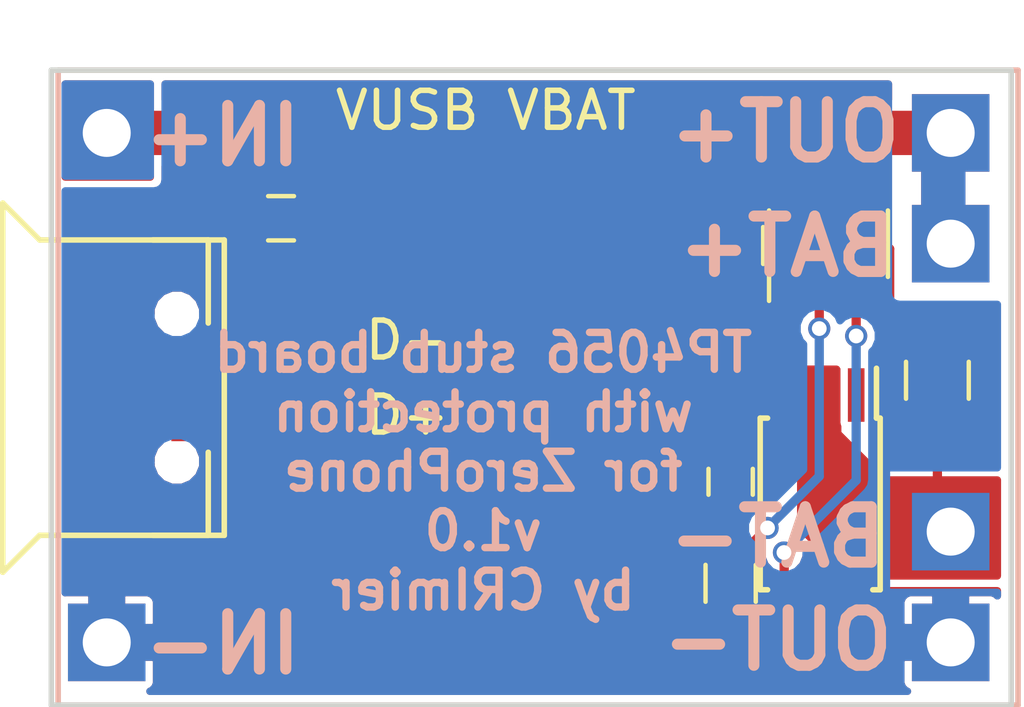
<source format=kicad_pcb>
(kicad_pcb (version 4) (host pcbnew 4.0.7)

  (general
    (links 29)
    (no_connects 2)
    (area 124.524999 117.324999 150.675001 134.675001)
    (thickness 1.6)
    (drawings 11)
    (tracks 94)
    (zones 0)
    (modules 13)
    (nets 12)
  )

  (page A4)
  (layers
    (0 F.Cu signal)
    (31 B.Cu signal)
    (32 B.Adhes user)
    (33 F.Adhes user)
    (34 B.Paste user)
    (35 F.Paste user)
    (36 B.SilkS user)
    (37 F.SilkS user)
    (38 B.Mask user)
    (39 F.Mask user)
    (40 Dwgs.User user)
    (41 Cmts.User user)
    (42 Eco1.User user)
    (43 Eco2.User user)
    (44 Edge.Cuts user)
    (45 Margin user)
    (46 B.CrtYd user)
    (47 F.CrtYd user)
    (48 B.Fab user hide)
    (49 F.Fab user)
  )

  (setup
    (last_trace_width 1.2)
    (user_trace_width 0.2)
    (user_trace_width 0.4)
    (user_trace_width 0.5)
    (user_trace_width 0.6)
    (user_trace_width 0.7)
    (user_trace_width 0.8)
    (user_trace_width 1)
    (user_trace_width 1.2)
    (trace_clearance 0.2)
    (zone_clearance 0.2)
    (zone_45_only no)
    (trace_min 0.2)
    (segment_width 0.2)
    (edge_width 0.15)
    (via_size 0.6)
    (via_drill 0.4)
    (via_min_size 0.4)
    (via_min_drill 0.3)
    (uvia_size 0.3)
    (uvia_drill 0.1)
    (uvias_allowed no)
    (uvia_min_size 0.2)
    (uvia_min_drill 0.1)
    (pcb_text_width 0.3)
    (pcb_text_size 1.5 1.5)
    (mod_edge_width 0.15)
    (mod_text_size 1 1)
    (mod_text_width 0.15)
    (pad_size 2.1 2.1)
    (pad_drill 1.3)
    (pad_to_mask_clearance 0.2)
    (aux_axis_origin 150.876 116.3828)
    (visible_elements 7FFFFF7F)
    (pcbplotparams
      (layerselection 0x010f0_80000001)
      (usegerberextensions true)
      (usegerberattributes true)
      (excludeedgelayer true)
      (linewidth 0.100000)
      (plotframeref false)
      (viasonmask false)
      (mode 1)
      (useauxorigin true)
      (hpglpennumber 1)
      (hpglpenspeed 20)
      (hpglpendiameter 15)
      (hpglpenoverlay 2)
      (psnegative false)
      (psa4output false)
      (plotreference true)
      (plotvalue true)
      (plotinvisibletext false)
      (padsonsilk false)
      (subtractmaskfromsilk false)
      (outputformat 1)
      (mirror false)
      (drillshape 0)
      (scaleselection 1)
      (outputdirectory gerbers/))
  )

  (net 0 "")
  (net 1 +5V)
  (net 2 VSS)
  (net 3 GND)
  (net 4 "Net-(C3-Pad1)")
  (net 5 BAT-)
  (net 6 "Net-(J3-Pad1)")
  (net 7 "Net-(J3-Pad2)")
  (net 8 "Net-(J3-Pad3)")
  (net 9 +BATT)
  (net 10 D-)
  (net 11 D+)

  (net_class Default "This is the default net class."
    (clearance 0.2)
    (trace_width 0.25)
    (via_dia 0.6)
    (via_drill 0.4)
    (uvia_dia 0.3)
    (uvia_drill 0.1)
    (add_net +5V)
    (add_net +BATT)
    (add_net BAT-)
    (add_net D+)
    (add_net D-)
    (add_net GND)
    (add_net "Net-(C3-Pad1)")
    (add_net "Net-(J3-Pad1)")
    (add_net "Net-(J3-Pad2)")
    (add_net "Net-(J3-Pad3)")
  )

  (module tp4056_usb_board:TP4056_BREAKOUT locked (layer F.Cu) (tedit 5AA5F36A) (tstamp 5A87333A)
    (at 137.784 126)
    (path /595C2C43)
    (fp_text reference U1 (at -11.176 9.652) (layer F.SilkS) hide
      (effects (font (size 1 1) (thickness 0.15)))
    )
    (fp_text value TP4056_BREAKOUT (at -6.604 -9.652) (layer F.Fab)
      (effects (font (size 1 1) (thickness 0.15)))
    )
    (fp_line (start -13.5 -4) (end -13 -4) (layer F.SilkS) (width 0.15))
    (fp_line (start -14.5 -5) (end -13.5 -4) (layer F.SilkS) (width 0.15))
    (fp_line (start -14.5 5) (end -14.5 -5) (layer F.SilkS) (width 0.15))
    (fp_line (start -13.5 4) (end -14.5 5) (layer F.SilkS) (width 0.15))
    (fp_line (start -13 4) (end -13.5 4) (layer F.SilkS) (width 0.15))
    (fp_line (start -8.5 4) (end -13 4) (layer F.SilkS) (width 0.15))
    (fp_line (start -8.5 -4) (end -8.5 4) (layer F.SilkS) (width 0.15))
    (fp_line (start -13 -4) (end -8.5 -4) (layer F.SilkS) (width 0.15))
    (fp_line (start -13 -8.6) (end 13 -8.6) (layer B.SilkS) (width 0.15))
    (fp_line (start -13 8.6) (end -13 -8.6) (layer B.SilkS) (width 0.15))
    (fp_line (start 13 8.6) (end -13 8.6) (layer B.SilkS) (width 0.15))
    (fp_line (start 13 -8.6) (end 13 8.6) (layer B.SilkS) (width 0.15))
    (pad 1 thru_hole rect (at -11.684 -6.9) (size 2.1 2) (drill 1.3) (layers *.Cu *.Mask)
      (net 1 +5V))
    (pad 2 thru_hole rect (at -11.684 6.9) (size 2.1 2.1) (drill 1.3) (layers *.Cu *.Mask)
      (net 3 GND) (thermal_width 1))
    (pad 3 thru_hole rect (at 11.176 -6.9) (size 2.1 2.1) (drill 1.3) (layers *.Cu *.Mask)
      (net 9 +BATT))
    (pad 4 thru_hole rect (at 11.176 -3.9) (size 2.1 2.1) (drill 1.3) (layers *.Cu *.Mask)
      (net 9 +BATT))
    (pad 5 thru_hole rect (at 11.176 3.9) (size 2.1 2.1) (drill 1.3) (layers *.Cu *.Mask)
      (net 5 BAT-))
    (pad 6 thru_hole rect (at 11.176 6.9) (size 2.1 2.1) (drill 1.3) (layers *.Cu *.Mask)
      (net 3 GND) (thermal_width 1))
  )

  (module Capacitors_SMD:C_0805 (layer F.Cu) (tedit 59A85418) (tstamp 59A217FC)
    (at 148.6 125.8 270)
    (descr "Capacitor SMD 0805, reflow soldering, AVX (see smccp.pdf)")
    (tags "capacitor 0805")
    (path /595C1381)
    (attr smd)
    (fp_text reference C3 (at 0 -1.5 270) (layer F.SilkS) hide
      (effects (font (size 1 1) (thickness 0.15)))
    )
    (fp_text value C (at 0 1.75 270) (layer F.Fab)
      (effects (font (size 1 1) (thickness 0.15)))
    )
    (fp_text user %R (at 0 -1.5 270) (layer F.Fab)
      (effects (font (size 1 1) (thickness 0.15)))
    )
    (fp_line (start -1 0.62) (end -1 -0.62) (layer F.Fab) (width 0.1))
    (fp_line (start 1 0.62) (end -1 0.62) (layer F.Fab) (width 0.1))
    (fp_line (start 1 -0.62) (end 1 0.62) (layer F.Fab) (width 0.1))
    (fp_line (start -1 -0.62) (end 1 -0.62) (layer F.Fab) (width 0.1))
    (fp_line (start 0.5 -0.85) (end -0.5 -0.85) (layer F.SilkS) (width 0.12))
    (fp_line (start -0.5 0.85) (end 0.5 0.85) (layer F.SilkS) (width 0.12))
    (fp_line (start -1.75 -0.88) (end 1.75 -0.88) (layer F.CrtYd) (width 0.05))
    (fp_line (start -1.75 -0.88) (end -1.75 0.87) (layer F.CrtYd) (width 0.05))
    (fp_line (start 1.75 0.87) (end 1.75 -0.88) (layer F.CrtYd) (width 0.05))
    (fp_line (start 1.75 0.87) (end -1.75 0.87) (layer F.CrtYd) (width 0.05))
    (pad 1 smd rect (at -1 0 270) (size 1 1.25) (layers F.Cu F.Paste F.Mask)
      (net 4 "Net-(C3-Pad1)"))
    (pad 2 smd rect (at 1 0 270) (size 1 1.25) (layers F.Cu F.Paste F.Mask)
      (net 5 BAT-))
    (model Capacitors_SMD.3dshapes/C_0805.wrl
      (at (xyz 0 0 0))
      (scale (xyz 1 1 1))
      (rotate (xyz 0 0 0))
    )
  )

  (module TO_SOT_Packages_SMD:SOT-23-6 (layer F.Cu) (tedit 59A31DD8) (tstamp 59A2185F)
    (at 145.65 122.1 90)
    (descr "6-pin SOT-23 package")
    (tags SOT-23-6)
    (path /595C1252)
    (attr smd)
    (fp_text reference J3 (at 0 -2.9 90) (layer F.SilkS) hide
      (effects (font (size 1 1) (thickness 0.15)))
    )
    (fp_text value DW01 (at 0 2.9 90) (layer F.Fab)
      (effects (font (size 1 1) (thickness 0.15)))
    )
    (fp_text user %R (at 0 0 180) (layer F.Fab) hide
      (effects (font (size 0.5 0.5) (thickness 0.075)))
    )
    (fp_line (start -0.9 1.61) (end 0.9 1.61) (layer F.SilkS) (width 0.12))
    (fp_line (start 0.9 -1.61) (end -1.55 -1.61) (layer F.SilkS) (width 0.12))
    (fp_line (start 1.9 -1.8) (end -1.9 -1.8) (layer F.CrtYd) (width 0.05))
    (fp_line (start 1.9 1.8) (end 1.9 -1.8) (layer F.CrtYd) (width 0.05))
    (fp_line (start -1.9 1.8) (end 1.9 1.8) (layer F.CrtYd) (width 0.05))
    (fp_line (start -1.9 -1.8) (end -1.9 1.8) (layer F.CrtYd) (width 0.05))
    (fp_line (start -0.9 -0.9) (end -0.25 -1.55) (layer F.Fab) (width 0.1))
    (fp_line (start 0.9 -1.55) (end -0.25 -1.55) (layer F.Fab) (width 0.1))
    (fp_line (start -0.9 -0.9) (end -0.9 1.55) (layer F.Fab) (width 0.1))
    (fp_line (start 0.9 1.55) (end -0.9 1.55) (layer F.Fab) (width 0.1))
    (fp_line (start 0.9 -1.55) (end 0.9 1.55) (layer F.Fab) (width 0.1))
    (pad 1 smd rect (at -1.1 -0.95 90) (size 1.06 0.65) (layers F.Cu F.Paste F.Mask)
      (net 6 "Net-(J3-Pad1)"))
    (pad 2 smd rect (at -1.1 0 90) (size 1.06 0.65) (layers F.Cu F.Paste F.Mask)
      (net 7 "Net-(J3-Pad2)"))
    (pad 3 smd rect (at -1.1 0.95 90) (size 1.06 0.65) (layers F.Cu F.Paste F.Mask)
      (net 8 "Net-(J3-Pad3)"))
    (pad 4 smd rect (at 1.1 0.95 90) (size 1.06 0.65) (layers F.Cu F.Paste F.Mask))
    (pad 6 smd rect (at 1.1 -0.95 90) (size 1.06 0.65) (layers F.Cu F.Paste F.Mask)
      (net 5 BAT-))
    (pad 5 smd rect (at 1.1 0 90) (size 1.06 0.65) (layers F.Cu F.Paste F.Mask)
      (net 4 "Net-(C3-Pad1)"))
    (model ${KISYS3DMOD}/TO_SOT_Packages_SMD.3dshapes/SOT-23-6.wrl
      (at (xyz 0 0 0))
      (scale (xyz 1 1 1))
      (rotate (xyz 0 0 0))
    )
  )

  (module Housings_SSOP:TSSOP-8_4.4x3mm_Pitch0.65mm (layer F.Cu) (tedit 59A85456) (tstamp 59A2187C)
    (at 145.425 129.15 270)
    (descr "8-Lead Plastic Thin Shrink Small Outline (ST)-4.4 mm Body [TSSOP] (see Microchip Packaging Specification 00000049BS.pdf)")
    (tags "SSOP 0.65")
    (path /595C12AB)
    (attr smd)
    (fp_text reference J4 (at 0 -2.55 270) (layer F.SilkS) hide
      (effects (font (size 1 1) (thickness 0.15)))
    )
    (fp_text value 8205A (at 0 2.55 270) (layer F.Fab) hide
      (effects (font (size 1 1) (thickness 0.15)))
    )
    (fp_line (start -1.2 -1.5) (end 2.2 -1.5) (layer F.Fab) (width 0.15))
    (fp_line (start 2.2 -1.5) (end 2.2 1.5) (layer F.Fab) (width 0.15))
    (fp_line (start 2.2 1.5) (end -2.2 1.5) (layer F.Fab) (width 0.15))
    (fp_line (start -2.2 1.5) (end -2.2 -0.5) (layer F.Fab) (width 0.15))
    (fp_line (start -2.2 -0.5) (end -1.2 -1.5) (layer F.Fab) (width 0.15))
    (fp_line (start -3.95 -1.8) (end -3.95 1.8) (layer F.CrtYd) (width 0.05))
    (fp_line (start 3.95 -1.8) (end 3.95 1.8) (layer F.CrtYd) (width 0.05))
    (fp_line (start -3.95 -1.8) (end 3.95 -1.8) (layer F.CrtYd) (width 0.05))
    (fp_line (start -3.95 1.8) (end 3.95 1.8) (layer F.CrtYd) (width 0.05))
    (fp_line (start -2.325 -1.625) (end -2.325 -1.525) (layer F.SilkS) (width 0.15))
    (fp_line (start 2.325 -1.625) (end 2.325 -1.425) (layer F.SilkS) (width 0.15))
    (fp_line (start 2.325 1.625) (end 2.325 1.425) (layer F.SilkS) (width 0.15))
    (fp_line (start -2.325 1.625) (end -2.325 1.425) (layer F.SilkS) (width 0.15))
    (fp_line (start -2.325 -1.625) (end 2.325 -1.625) (layer F.SilkS) (width 0.15))
    (fp_line (start -2.325 1.625) (end 2.325 1.625) (layer F.SilkS) (width 0.15))
    (fp_line (start -2.325 -1.525) (end -3.675 -1.525) (layer F.SilkS) (width 0.15))
    (fp_text user %R (at 0 0 270) (layer F.Fab) hide
      (effects (font (size 0.7 0.7) (thickness 0.15)))
    )
    (pad 1 smd rect (at -2.95 -0.975 270) (size 1.45 0.45) (layers F.Cu F.Paste F.Mask))
    (pad 2 smd rect (at -2.95 -0.325 270) (size 1.45 0.45) (layers F.Cu F.Paste F.Mask)
      (net 5 BAT-))
    (pad 3 smd rect (at -2.95 0.325 270) (size 1.45 0.45) (layers F.Cu F.Paste F.Mask)
      (net 5 BAT-))
    (pad 4 smd rect (at -2.95 0.975 270) (size 1.45 0.45) (layers F.Cu F.Paste F.Mask)
      (net 6 "Net-(J3-Pad1)"))
    (pad 5 smd rect (at 2.95 0.975 270) (size 1.45 0.45) (layers F.Cu F.Paste F.Mask)
      (net 8 "Net-(J3-Pad3)"))
    (pad 6 smd rect (at 2.95 0.325 270) (size 1.45 0.45) (layers F.Cu F.Paste F.Mask)
      (net 3 GND))
    (pad 7 smd rect (at 2.95 -0.325 270) (size 1.45 0.45) (layers F.Cu F.Paste F.Mask)
      (net 3 GND))
    (pad 8 smd rect (at 2.95 -0.975 270) (size 1.45 0.45) (layers F.Cu F.Paste F.Mask))
    (model ${KISYS3DMOD}/Housings_SSOP.3dshapes/TSSOP-8_4.4x3mm_Pitch0.65mm.wrl
      (at (xyz 0 0 0))
      (scale (xyz 1 1 1))
      (rotate (xyz 0 0 0))
    )
  )

  (module footprints:MICROUSB_SIMPLE (layer F.Cu) (tedit 5AA5EF98) (tstamp 59A31DB7)
    (at 128.6 126 90)
    (path /595C1203)
    (fp_text reference J1 (at -2.75 2 90) (layer F.SilkS) hide
      (effects (font (size 1 1) (thickness 0.15)))
    )
    (fp_text value USB_OTG (at -0.75 -5 90) (layer F.Fab) hide
      (effects (font (size 1 1) (thickness 0.15)))
    )
    (fp_line (start -4 -4) (end 4 -4) (layer F.SilkS) (width 0.15))
    (fp_line (start 4 0.25) (end 4 -1.25) (layer F.SilkS) (width 0.15))
    (fp_line (start 1.75 0.25) (end 4 0.25) (layer F.SilkS) (width 0.15))
    (fp_line (start -4 -1.25) (end -4 0.25) (layer F.SilkS) (width 0.15))
    (fp_line (start -1.75 0.25) (end -4 0.25) (layer F.SilkS) (width 0.15))
    (pad 1 smd rect (at 1.2 0 90) (size 0.3 1.5) (layers F.Cu F.Paste F.Mask)
      (net 1 +5V))
    (pad 2 smd rect (at 0.625 0 90) (size 0.4 1.5) (layers F.Cu F.Paste F.Mask)
      (net 10 D-))
    (pad 3 smd rect (at 0 0 90) (size 0.4 1.5) (layers F.Cu F.Paste F.Mask)
      (net 11 D+))
    (pad 4 smd rect (at -0.625 0 90) (size 0.4 1.5) (layers F.Cu F.Paste F.Mask))
    (pad 5 smd rect (at -1.25 0 90) (size 0.4 1.5) (layers F.Cu F.Paste F.Mask)
      (net 3 GND))
    (pad 6 smd rect (at -1.1 -2.5 90) (size 1.8 1.8) (layers F.Cu F.Paste F.Mask)
      (net 3 GND))
    (pad 6 smd rect (at 1.1 -2.5 90) (size 1.8 1.8) (layers F.Cu F.Paste F.Mask)
      (net 3 GND))
    (pad 6 smd rect (at 3.8 -2.6 90) (size 2.7 2) (layers F.Cu F.Paste F.Mask)
      (net 3 GND))
    (pad 6 smd rect (at -3.8 -2.6 90) (size 2.7 2) (layers F.Cu F.Paste F.Mask)
      (net 3 GND))
    (pad "" np_thru_hole circle (at 2 -0.6 90) (size 0.6 0.6) (drill 0.6) (layers *.Cu *.Mask)
      (clearance 0.3))
    (pad "" np_thru_hole circle (at -2 -0.6 90) (size 0.6 0.6) (drill 0.6) (layers *.Cu *.Mask)
      (clearance 0.3) (zone_connect 0))
  )

  (module Capacitors_SMD:C_0603 (layer F.Cu) (tedit 59A8541D) (tstamp 59A320C3)
    (at 143 128.55 270)
    (descr "Capacitor SMD 0603, reflow soldering, AVX (see smccp.pdf)")
    (tags "capacitor 0603")
    (path /595C11CE)
    (attr smd)
    (fp_text reference C2 (at 0 -1.5 270) (layer F.SilkS) hide
      (effects (font (size 1 1) (thickness 0.15)))
    )
    (fp_text value C (at 0 1.5 270) (layer F.Fab)
      (effects (font (size 1 1) (thickness 0.15)))
    )
    (fp_line (start 1.4 0.65) (end -1.4 0.65) (layer F.CrtYd) (width 0.05))
    (fp_line (start 1.4 0.65) (end 1.4 -0.65) (layer F.CrtYd) (width 0.05))
    (fp_line (start -1.4 -0.65) (end -1.4 0.65) (layer F.CrtYd) (width 0.05))
    (fp_line (start -1.4 -0.65) (end 1.4 -0.65) (layer F.CrtYd) (width 0.05))
    (fp_line (start 0.35 0.6) (end -0.35 0.6) (layer F.SilkS) (width 0.12))
    (fp_line (start -0.35 -0.6) (end 0.35 -0.6) (layer F.SilkS) (width 0.12))
    (fp_line (start -0.8 -0.4) (end 0.8 -0.4) (layer F.Fab) (width 0.1))
    (fp_line (start 0.8 -0.4) (end 0.8 0.4) (layer F.Fab) (width 0.1))
    (fp_line (start 0.8 0.4) (end -0.8 0.4) (layer F.Fab) (width 0.1))
    (fp_line (start -0.8 0.4) (end -0.8 -0.4) (layer F.Fab) (width 0.1))
    (fp_text user %R (at 0 0 270) (layer F.Fab)
      (effects (font (size 0.3 0.3) (thickness 0.075)))
    )
    (pad 2 smd rect (at 0.75 0 270) (size 0.8 0.75) (layers F.Cu F.Paste F.Mask)
      (net 3 GND))
    (pad 1 smd rect (at -0.75 0 270) (size 0.8 0.75) (layers F.Cu F.Paste F.Mask)
      (net 9 +BATT))
    (model Capacitors_SMD.3dshapes/C_0603.wrl
      (at (xyz 0 0 0))
      (scale (xyz 1 1 1))
      (rotate (xyz 0 0 0))
    )
  )

  (module Resistors_SMD:R_0603 (layer F.Cu) (tedit 59A8541F) (tstamp 59A320E1)
    (at 143.2 122.15 90)
    (descr "Resistor SMD 0603, reflow soldering, Vishay (see dcrcw.pdf)")
    (tags "resistor 0603")
    (path /595C1347)
    (attr smd)
    (fp_text reference R4 (at 0 -1.45 90) (layer F.SilkS) hide
      (effects (font (size 1 1) (thickness 0.15)))
    )
    (fp_text value R (at 0 1.5 90) (layer F.Fab)
      (effects (font (size 1 1) (thickness 0.15)))
    )
    (fp_text user %R (at 0 0 90) (layer F.Fab)
      (effects (font (size 0.4 0.4) (thickness 0.075)))
    )
    (fp_line (start -0.8 0.4) (end -0.8 -0.4) (layer F.Fab) (width 0.1))
    (fp_line (start 0.8 0.4) (end -0.8 0.4) (layer F.Fab) (width 0.1))
    (fp_line (start 0.8 -0.4) (end 0.8 0.4) (layer F.Fab) (width 0.1))
    (fp_line (start -0.8 -0.4) (end 0.8 -0.4) (layer F.Fab) (width 0.1))
    (fp_line (start 0.5 0.68) (end -0.5 0.68) (layer F.SilkS) (width 0.12))
    (fp_line (start -0.5 -0.68) (end 0.5 -0.68) (layer F.SilkS) (width 0.12))
    (fp_line (start -1.25 -0.7) (end 1.25 -0.7) (layer F.CrtYd) (width 0.05))
    (fp_line (start -1.25 -0.7) (end -1.25 0.7) (layer F.CrtYd) (width 0.05))
    (fp_line (start 1.25 0.7) (end 1.25 -0.7) (layer F.CrtYd) (width 0.05))
    (fp_line (start 1.25 0.7) (end -1.25 0.7) (layer F.CrtYd) (width 0.05))
    (pad 1 smd rect (at -0.75 0 90) (size 0.5 0.9) (layers F.Cu F.Paste F.Mask)
      (net 9 +BATT))
    (pad 2 smd rect (at 0.75 0 90) (size 0.5 0.9) (layers F.Cu F.Paste F.Mask)
      (net 4 "Net-(C3-Pad1)"))
    (model ${KISYS3DMOD}/Resistors_SMD.3dshapes/R_0603.wrl
      (at (xyz 0 0 0))
      (scale (xyz 1 1 1))
      (rotate (xyz 0 0 0))
    )
  )

  (module Resistors_SMD:R_0603 (layer F.Cu) (tedit 59A8541A) (tstamp 59A320E6)
    (at 143 131.3 270)
    (descr "Resistor SMD 0603, reflow soldering, Vishay (see dcrcw.pdf)")
    (tags "resistor 0603")
    (path /595C12FA)
    (attr smd)
    (fp_text reference R5 (at 0 -1.45 270) (layer F.SilkS) hide
      (effects (font (size 1 1) (thickness 0.15)))
    )
    (fp_text value R (at 0 1.5 270) (layer F.Fab)
      (effects (font (size 1 1) (thickness 0.15)))
    )
    (fp_text user %R (at 0 0 270) (layer F.Fab)
      (effects (font (size 0.4 0.4) (thickness 0.075)))
    )
    (fp_line (start -0.8 0.4) (end -0.8 -0.4) (layer F.Fab) (width 0.1))
    (fp_line (start 0.8 0.4) (end -0.8 0.4) (layer F.Fab) (width 0.1))
    (fp_line (start 0.8 -0.4) (end 0.8 0.4) (layer F.Fab) (width 0.1))
    (fp_line (start -0.8 -0.4) (end 0.8 -0.4) (layer F.Fab) (width 0.1))
    (fp_line (start 0.5 0.68) (end -0.5 0.68) (layer F.SilkS) (width 0.12))
    (fp_line (start -0.5 -0.68) (end 0.5 -0.68) (layer F.SilkS) (width 0.12))
    (fp_line (start -1.25 -0.7) (end 1.25 -0.7) (layer F.CrtYd) (width 0.05))
    (fp_line (start -1.25 -0.7) (end -1.25 0.7) (layer F.CrtYd) (width 0.05))
    (fp_line (start 1.25 0.7) (end 1.25 -0.7) (layer F.CrtYd) (width 0.05))
    (fp_line (start 1.25 0.7) (end -1.25 0.7) (layer F.CrtYd) (width 0.05))
    (pad 1 smd rect (at -0.75 0 270) (size 0.5 0.9) (layers F.Cu F.Paste F.Mask)
      (net 7 "Net-(J3-Pad2)"))
    (pad 2 smd rect (at 0.75 0 270) (size 0.5 0.9) (layers F.Cu F.Paste F.Mask)
      (net 3 GND))
    (model ${KISYS3DMOD}/Resistors_SMD.3dshapes/R_0603.wrl
      (at (xyz 0 0 0))
      (scale (xyz 1 1 1))
      (rotate (xyz 0 0 0))
    )
  )

  (module Capacitors_SMD:C_0603 (layer F.Cu) (tedit 5AC135BC) (tstamp 59A5DFC1)
    (at 130.822 121.412)
    (descr "Capacitor SMD 0603, reflow soldering, AVX (see smccp.pdf)")
    (tags "capacitor 0603")
    (path /59A5FD31)
    (attr smd)
    (fp_text reference C4 (at 0 -1.5) (layer F.SilkS) hide
      (effects (font (size 1 1) (thickness 0.15)))
    )
    (fp_text value 100nF (at 0 1.5) (layer F.Fab) hide
      (effects (font (size 1 1) (thickness 0.15)))
    )
    (fp_line (start 1.4 0.65) (end -1.4 0.65) (layer F.CrtYd) (width 0.05))
    (fp_line (start 1.4 0.65) (end 1.4 -0.65) (layer F.CrtYd) (width 0.05))
    (fp_line (start -1.4 -0.65) (end -1.4 0.65) (layer F.CrtYd) (width 0.05))
    (fp_line (start -1.4 -0.65) (end 1.4 -0.65) (layer F.CrtYd) (width 0.05))
    (fp_line (start 0.35 0.6) (end -0.35 0.6) (layer F.SilkS) (width 0.12))
    (fp_line (start -0.35 -0.6) (end 0.35 -0.6) (layer F.SilkS) (width 0.12))
    (fp_line (start -0.8 -0.4) (end 0.8 -0.4) (layer F.Fab) (width 0.1))
    (fp_line (start 0.8 -0.4) (end 0.8 0.4) (layer F.Fab) (width 0.1))
    (fp_line (start 0.8 0.4) (end -0.8 0.4) (layer F.Fab) (width 0.1))
    (fp_line (start -0.8 0.4) (end -0.8 -0.4) (layer F.Fab) (width 0.1))
    (fp_text user %R (at 0 0) (layer F.Fab)
      (effects (font (size 0.3 0.3) (thickness 0.075)))
    )
    (pad 2 smd rect (at 0.75 0) (size 0.8 0.75) (layers F.Cu F.Paste F.Mask)
      (net 3 GND))
    (pad 1 smd rect (at -0.75 0) (size 0.8 0.75) (layers F.Cu F.Paste F.Mask)
      (net 1 +5V))
    (model Capacitors_SMD.3dshapes/C_0603.wrl
      (at (xyz 0 0 0))
      (scale (xyz 1 1 1))
      (rotate (xyz 0 0 0))
    )
  )

  (module Measurement_Points:Measurement_Point_Square-SMD-Pad_Big (layer F.Cu) (tedit 5AC135C2) (tstamp 5AC132DC)
    (at 134.239 121.031)
    (descr "Mesurement Point, Square, SMD Pad,  3mm x 3mm,")
    (tags "Mesurement Point Square SMD Pad 3x3mm")
    (path /5AC13CA5)
    (attr virtual)
    (fp_text reference TP3 (at 0 -3) (layer F.SilkS) hide
      (effects (font (size 1 1) (thickness 0.15)))
    )
    (fp_text value VUSB (at 0 -2.54) (layer F.SilkS)
      (effects (font (size 1 1) (thickness 0.15)))
    )
    (fp_line (start -1.75 -1.75) (end 1.75 -1.75) (layer F.CrtYd) (width 0.05))
    (fp_line (start 1.75 -1.75) (end 1.75 1.75) (layer F.CrtYd) (width 0.05))
    (fp_line (start 1.75 1.75) (end -1.75 1.75) (layer F.CrtYd) (width 0.05))
    (fp_line (start -1.75 1.75) (end -1.75 -1.75) (layer F.CrtYd) (width 0.05))
    (pad 1 smd rect (at 0 0) (size 3 3) (layers F.Cu F.Mask)
      (net 1 +5V))
  )

  (module Measurement_Points:Measurement_Point_Square-SMD-Pad_Big (layer F.Cu) (tedit 5AC135C5) (tstamp 5AC132E1)
    (at 138.684 121.031)
    (descr "Mesurement Point, Square, SMD Pad,  3mm x 3mm,")
    (tags "Mesurement Point Square SMD Pad 3x3mm")
    (path /5AC13CDF)
    (attr virtual)
    (fp_text reference TP4 (at 0 -3) (layer F.SilkS) hide
      (effects (font (size 1 1) (thickness 0.15)))
    )
    (fp_text value VBAT (at 0 -2.54) (layer F.SilkS)
      (effects (font (size 1 1) (thickness 0.15)))
    )
    (fp_line (start -1.75 -1.75) (end 1.75 -1.75) (layer F.CrtYd) (width 0.05))
    (fp_line (start 1.75 -1.75) (end 1.75 1.75) (layer F.CrtYd) (width 0.05))
    (fp_line (start 1.75 1.75) (end -1.75 1.75) (layer F.CrtYd) (width 0.05))
    (fp_line (start -1.75 1.75) (end -1.75 -1.75) (layer F.CrtYd) (width 0.05))
    (pad 1 smd rect (at 0 0) (size 3 3) (layers F.Cu F.Mask)
      (net 9 +BATT))
  )

  (module Measurement_Points:Measurement_Point_Round-SMD-Pad_Small (layer F.Cu) (tedit 5AC1359C) (tstamp 5AC132D7)
    (at 132.08 126.746)
    (descr "Mesurement Point, Round, SMD Pad, DM 1.5mm,")
    (tags "Mesurement Point Round SMD Pad 1.5mm")
    (path /5AC13B45)
    (attr virtual)
    (fp_text reference TP2 (at 0 -2) (layer F.SilkS) hide
      (effects (font (size 1 1) (thickness 0.15)))
    )
    (fp_text value D+ (at 2.159 0) (layer F.SilkS)
      (effects (font (size 1 1) (thickness 0.15)))
    )
    (fp_circle (center 0 0) (end 1 0) (layer F.CrtYd) (width 0.05))
    (pad 1 smd circle (at 0 0) (size 1.5 1.5) (layers F.Cu F.Mask)
      (net 11 D+))
  )

  (module Measurement_Points:Measurement_Point_Round-SMD-Pad_Small (layer F.Cu) (tedit 5AC13598) (tstamp 5AC132D2)
    (at 132.08 124.587)
    (descr "Mesurement Point, Round, SMD Pad, DM 1.5mm,")
    (tags "Mesurement Point Round SMD Pad 1.5mm")
    (path /5AC13D1A)
    (attr virtual)
    (fp_text reference TP1 (at 0 -2) (layer F.SilkS) hide
      (effects (font (size 1 1) (thickness 0.15)))
    )
    (fp_text value D- (at 2.159 0.127) (layer F.SilkS)
      (effects (font (size 1 1) (thickness 0.15)))
    )
    (fp_circle (center 0 0) (end 1 0) (layer F.CrtYd) (width 0.05))
    (pad 1 smd circle (at 0 0) (size 1.5 1.5) (layers F.Cu F.Mask)
      (net 10 D-))
  )

  (gr_text "TP4056 stub board\nwith protection\nfor ZeroPhone\nv1.0\nby CRImier" (at 136.2964 128.27) (layer B.SilkS)
    (effects (font (size 1 1) (thickness 0.2)) (justify mirror))
  )
  (gr_text IN+ (at 129.2352 119.1768) (layer B.SilkS) (tstamp 59A87FFB)
    (effects (font (size 1.5 1.5) (thickness 0.3)) (justify mirror))
  )
  (gr_text BAT+ (at 144.526 122.174) (layer B.SilkS) (tstamp 59A87FEB)
    (effects (font (size 1.5 1.5) (thickness 0.3)) (justify mirror))
  )
  (gr_text OUT+ (at 144.4752 119.0752) (layer B.SilkS) (tstamp 59A87FDE)
    (effects (font (size 1.5 1.5) (thickness 0.3)) (justify mirror))
  )
  (gr_text OUT- (at 144.272 132.842) (layer B.SilkS) (tstamp 59A87FCA)
    (effects (font (size 1.5 1.5) (thickness 0.3)) (justify mirror))
  )
  (gr_text BAT- (at 144.272 130.048) (layer B.SilkS) (tstamp 59A87FB5)
    (effects (font (size 1.5 1.5) (thickness 0.3)) (justify mirror))
  )
  (gr_text IN- (at 129.2352 132.9436) (layer B.SilkS)
    (effects (font (size 1.5 1.5) (thickness 0.3)) (justify mirror))
  )
  (gr_line (start 124.6 134.6) (end 124.6 117.4) (layer Edge.Cuts) (width 0.15))
  (gr_line (start 150.6 134.6) (end 124.6 134.6) (layer Edge.Cuts) (width 0.15))
  (gr_line (start 150.6 117.4) (end 150.6 134.6) (layer Edge.Cuts) (width 0.15))
  (gr_line (start 124.6 117.4) (end 150.6 117.4) (layer Edge.Cuts) (width 0.15))

  (segment (start 130.072 121.412) (end 130.072 119.772) (width 1.2) (layer F.Cu) (net 1))
  (segment (start 130.072 119.772) (end 130.05 119.75) (width 1.2) (layer F.Cu) (net 1))
  (segment (start 130.05 119.75) (end 132.958 119.75) (width 1.2) (layer F.Cu) (net 1))
  (segment (start 132.958 119.75) (end 134.239 121.031) (width 1.2) (layer F.Cu) (net 1))
  (segment (start 130.55 124.3) (end 130.55 123.45) (width 0.4) (layer F.Cu) (net 1))
  (segment (start 130.55 123.45) (end 130.05 122.95) (width 0.4) (layer F.Cu) (net 1))
  (segment (start 130.05 122.95) (end 130.05 123.9) (width 1.2) (layer F.Cu) (net 1))
  (segment (start 130.05 119.75) (end 130.05 122.95) (width 1.2) (layer F.Cu) (net 1))
  (segment (start 130.05 122.95) (end 130.05 123.3) (width 0.4) (layer F.Cu) (net 1))
  (segment (start 130.05 123.3) (end 129.45 123.9) (width 0.4) (layer F.Cu) (net 1))
  (segment (start 130.1 124.75) (end 130.55 124.3) (width 0.4) (layer F.Cu) (net 1))
  (segment (start 128.6 124.75) (end 130.1 124.75) (width 0.4) (layer F.Cu) (net 1))
  (segment (start 130.05 123.9) (end 129.45 123.9) (width 0.4) (layer F.Cu) (net 1))
  (segment (start 129.45 123.9) (end 128.6 124.75) (width 0.4) (layer F.Cu) (net 1))
  (segment (start 130.05 123.9) (end 129.7 124.25) (width 1) (layer F.Cu) (net 1))
  (segment (start 129.7 124.25) (end 129.55 124.4) (width 0.7) (layer F.Cu) (net 1))
  (segment (start 129.55 124.4) (end 129.4 124.55) (width 0.6) (layer F.Cu) (net 1))
  (segment (start 129.2 124.75) (end 129.4 124.55) (width 0.4) (layer F.Cu) (net 1))
  (segment (start 128.6 124.75) (end 129.2 124.75) (width 0.4) (layer F.Cu) (net 1))
  (segment (start 126.1 119.1) (end 129.4 119.1) (width 1.2) (layer F.Cu) (net 1))
  (segment (start 129.4 119.1) (end 130.05 119.75) (width 1.2) (layer F.Cu) (net 1))
  (segment (start 126 122.2) (end 126 124.8) (width 0.25) (layer F.Cu) (net 3))
  (segment (start 126 124.8) (end 126.1 124.9) (width 0.25) (layer F.Cu) (net 3))
  (segment (start 126.1 127.1) (end 126.1 129.7) (width 0.25) (layer F.Cu) (net 3))
  (segment (start 126.1 129.7) (end 126 129.8) (width 0.25) (layer F.Cu) (net 3))
  (segment (start 126.1 124.9) (end 126.1 127.1) (width 0.25) (layer F.Cu) (net 3))
  (segment (start 128.6 127.25) (end 127.85 127.25) (width 0.25) (layer F.Cu) (net 3))
  (segment (start 127.85 127.25) (end 127.825001 127.274999) (width 0.25) (layer F.Cu) (net 3))
  (segment (start 127.825001 127.274999) (end 126.274999 127.274999) (width 0.25) (layer F.Cu) (net 3))
  (segment (start 126.274999 127.274999) (end 126.1 127.1) (width 0.25) (layer F.Cu) (net 3))
  (segment (start 143.2 121.4) (end 143.2 120.9) (width 0.25) (layer F.Cu) (net 4))
  (segment (start 143.2 120.9) (end 144.029635 120.070365) (width 0.25) (layer F.Cu) (net 4))
  (segment (start 144.029635 120.070365) (end 145.500365 120.070365) (width 0.25) (layer F.Cu) (net 4))
  (segment (start 145.500365 120.070365) (end 145.65 120.22) (width 0.25) (layer F.Cu) (net 4))
  (segment (start 145.65 120.22) (end 145.65 121) (width 0.25) (layer F.Cu) (net 4))
  (segment (start 145.65 121) (end 145.65 121.78) (width 0.25) (layer F.Cu) (net 4))
  (segment (start 145.65 121.78) (end 145.917 122.047) (width 0.25) (layer F.Cu) (net 4))
  (segment (start 147.112562 122.047) (end 147.307316 122.241754) (width 0.25) (layer F.Cu) (net 4))
  (segment (start 145.917 122.047) (end 147.112562 122.047) (width 0.25) (layer F.Cu) (net 4))
  (segment (start 147.307316 122.241754) (end 147.307316 124.507316) (width 0.25) (layer F.Cu) (net 4))
  (segment (start 147.307316 124.507316) (end 147.6 124.8) (width 0.25) (layer F.Cu) (net 4))
  (segment (start 147.6 124.8) (end 148.6 124.8) (width 0.25) (layer F.Cu) (net 4))
  (segment (start 144.7 121) (end 144.7 121.205) (width 0.25) (layer F.Cu) (net 5))
  (segment (start 144.7 121.205) (end 144.011748 121.893252) (width 0.25) (layer F.Cu) (net 5))
  (segment (start 144.011748 121.893252) (end 144.011748 124.841302) (width 0.25) (layer F.Cu) (net 5))
  (segment (start 144.011748 124.841302) (end 143.799999 125.053051) (width 0.25) (layer F.Cu) (net 5))
  (segment (start 143.799999 125.053051) (end 143.799999 127.193217) (width 0.25) (layer F.Cu) (net 5))
  (segment (start 143.799999 127.193217) (end 144.246784 127.640002) (width 0.25) (layer F.Cu) (net 5))
  (segment (start 144.246784 127.640002) (end 145.4 127.640002) (width 0.25) (layer F.Cu) (net 5))
  (segment (start 148.6 126.8) (end 148.6 129.74) (width 0.25) (layer F.Cu) (net 5))
  (segment (start 148.6 129.74) (end 148.76 129.9) (width 0.25) (layer F.Cu) (net 5))
  (segment (start 145.7 129.9) (end 145.4 129.6) (width 1.2) (layer F.Cu) (net 5))
  (segment (start 145.4 129.6) (end 145.4 127.640002) (width 1.2) (layer F.Cu) (net 5))
  (segment (start 148.76 129.9) (end 145.7 129.9) (width 1.2) (layer F.Cu) (net 5))
  (segment (start 144.45 126.2) (end 144.45 125.55) (width 0.25) (layer F.Cu) (net 6))
  (segment (start 144.45 125.55) (end 144.549999 125.450001) (width 0.25) (layer F.Cu) (net 6))
  (segment (start 144.549999 125.450001) (end 144.549999 124.130001) (width 0.25) (layer F.Cu) (net 6))
  (segment (start 144.549999 124.130001) (end 144.7 123.98) (width 0.25) (layer F.Cu) (net 6))
  (segment (start 144.7 123.98) (end 144.7 123.2) (width 0.25) (layer F.Cu) (net 6))
  (segment (start 145.4 124.4) (end 145.4 123.45) (width 0.25) (layer F.Cu) (net 7))
  (segment (start 145.4 123.45) (end 145.65 123.2) (width 0.25) (layer F.Cu) (net 7))
  (segment (start 144 129.8) (end 145.4 128.4) (width 0.25) (layer B.Cu) (net 7))
  (segment (start 145.4 128.4) (end 145.4 124.4) (width 0.25) (layer B.Cu) (net 7))
  (via (at 145.4 124.4) (size 0.6) (drill 0.4) (layers F.Cu B.Cu) (net 7))
  (segment (start 143.2 130.6) (end 144 129.8) (width 0.25) (layer F.Cu) (net 7))
  (via (at 144 129.8) (size 0.6) (drill 0.4) (layers F.Cu B.Cu) (net 7))
  (segment (start 146.4 124.6) (end 146.4 123.4) (width 0.25) (layer F.Cu) (net 8))
  (segment (start 146.4 123.4) (end 146.6 123.2) (width 0.25) (layer F.Cu) (net 8))
  (segment (start 144.443761 130.465642) (end 146.4 128.509403) (width 0.25) (layer B.Cu) (net 8))
  (segment (start 146.4 128.509403) (end 146.4 124.6) (width 0.25) (layer B.Cu) (net 8))
  (via (at 146.4 124.6) (size 0.6) (drill 0.4) (layers F.Cu B.Cu) (net 8))
  (segment (start 144.45 132.1) (end 144.45 130.471881) (width 0.25) (layer F.Cu) (net 8))
  (segment (start 144.45 130.471881) (end 144.443761 130.465642) (width 0.25) (layer F.Cu) (net 8))
  (via (at 144.443761 130.465642) (size 0.6) (drill 0.4) (layers F.Cu B.Cu) (net 8))
  (segment (start 141.910711 122.896712) (end 141.910711 121.031) (width 1.2) (layer F.Cu) (net 9))
  (segment (start 141.910711 121.031) (end 141.910711 120.30161) (width 1.2) (layer F.Cu) (net 9))
  (segment (start 138.684 121.031) (end 141.910711 121.031) (width 1.2) (layer F.Cu) (net 9))
  (segment (start 142.197321 120.015) (end 143.112321 119.1) (width 1.2) (layer F.Cu) (net 9))
  (segment (start 141.949999 122.936) (end 141.949999 126.749999) (width 1.2) (layer F.Cu) (net 9))
  (segment (start 141.949999 126.749999) (end 143 127.8) (width 1.2) (layer F.Cu) (net 9))
  (segment (start 141.949999 122.936) (end 141.910711 122.896712) (width 1.2) (layer F.Cu) (net 9))
  (segment (start 141.910711 120.30161) (end 143.112321 119.1) (width 1.2) (layer F.Cu) (net 9))
  (segment (start 143.112321 119.1) (end 148.76 119.1) (width 1.2) (layer F.Cu) (net 9))
  (segment (start 148.76 119.1) (end 148.76 122.1) (width 1.2) (layer F.Cu) (net 9))
  (segment (start 141.985999 122.9) (end 141.985999 126.205001) (width 0.25) (layer F.Cu) (net 9))
  (segment (start 143.2 122.9) (end 141.985999 122.9) (width 0.25) (layer F.Cu) (net 9))
  (segment (start 141.985999 122.9) (end 141.949999 122.936) (width 0.25) (layer F.Cu) (net 9))
  (segment (start 148.76 122.1) (end 148.76 119.1) (width 1.2) (layer B.Cu) (net 9))
  (segment (start 143.2 122.9) (end 141.7 122.9) (width 0.25) (layer F.Cu) (net 9))
  (segment (start 141.7 122.9) (end 141.6 123) (width 0.25) (layer F.Cu) (net 9))
  (segment (start 128.6 125.375) (end 131.292 125.375) (width 0.2) (layer F.Cu) (net 10))
  (segment (start 131.292 125.375) (end 132.08 124.587) (width 0.2) (layer F.Cu) (net 10))
  (segment (start 128.6 126) (end 131.334 126) (width 0.2) (layer F.Cu) (net 11))
  (segment (start 131.334 126) (end 132.08 126.746) (width 0.2) (layer F.Cu) (net 11))

  (zone (net 3) (net_name GND) (layer F.Cu) (tstamp 0) (hatch edge 0.508)
    (connect_pads (clearance 0.2))
    (min_thickness 0.2)
    (fill yes (arc_segments 16) (thermal_gap 0.2) (thermal_bridge_width 0.24))
    (polygon
      (pts
        (xy 124.6 117.4) (xy 150.6 117.4) (xy 150.6 134.6) (xy 124.6 134.6)
      )
    )
    (filled_polygon
      (pts
        (xy 147.274 118.2) (xy 143.112321 118.2) (xy 142.767905 118.268508) (xy 142.475925 118.463604) (xy 141.274315 119.665214)
        (xy 141.079219 119.957195) (xy 141.044647 120.131) (xy 140.489877 120.131) (xy 140.489877 119.531) (xy 140.468958 119.419827)
        (xy 140.403255 119.317721) (xy 140.303003 119.249222) (xy 140.184 119.225123) (xy 137.184 119.225123) (xy 137.072827 119.246042)
        (xy 136.970721 119.311745) (xy 136.902222 119.411997) (xy 136.878123 119.531) (xy 136.878123 122.531) (xy 136.899042 122.642173)
        (xy 136.964745 122.744279) (xy 137.064997 122.812778) (xy 137.184 122.836877) (xy 140.184 122.836877) (xy 140.295173 122.815958)
        (xy 140.397279 122.750255) (xy 140.465778 122.650003) (xy 140.489877 122.531) (xy 140.489877 121.931) (xy 141.010711 121.931)
        (xy 141.010711 122.896712) (xy 141.049999 123.094227) (xy 141.049999 126.749999) (xy 141.118507 127.094414) (xy 141.313603 127.386395)
        (xy 142.363604 128.436396) (xy 142.608454 128.6) (xy 142.565327 128.6) (xy 142.455064 128.645672) (xy 142.370672 128.730063)
        (xy 142.325 128.840326) (xy 142.325 129.205) (xy 142.4 129.28) (xy 142.98 129.28) (xy 142.98 129.26)
        (xy 143.02 129.26) (xy 143.02 129.28) (xy 143.04 129.28) (xy 143.04 129.32) (xy 143.02 129.32)
        (xy 143.02 129.34) (xy 142.98 129.34) (xy 142.98 129.32) (xy 142.4 129.32) (xy 142.325 129.395)
        (xy 142.325 129.759674) (xy 142.370672 129.869937) (xy 142.455064 129.954328) (xy 142.551139 129.994123) (xy 142.55 129.994123)
        (xy 142.438827 130.015042) (xy 142.336721 130.080745) (xy 142.268222 130.180997) (xy 142.244123 130.3) (xy 142.244123 130.8)
        (xy 142.265042 130.911173) (xy 142.330745 131.013279) (xy 142.430997 131.081778) (xy 142.55 131.105877) (xy 143.45 131.105877)
        (xy 143.561173 131.084958) (xy 143.663279 131.019255) (xy 143.731778 130.919003) (xy 143.755877 130.8) (xy 143.755877 130.645163)
        (xy 143.843681 130.557359) (xy 143.843657 130.584466) (xy 143.934809 130.805071) (xy 144.025 130.89542) (xy 144.025 131.1472)
        (xy 144.011721 131.155745) (xy 143.943222 131.255997) (xy 143.919123 131.375) (xy 143.919123 132.825) (xy 143.940042 132.936173)
        (xy 144.005745 133.038279) (xy 144.105997 133.106778) (xy 144.225 133.130877) (xy 144.675 133.130877) (xy 144.781249 133.110885)
        (xy 144.815327 133.125) (xy 145.005 133.125) (xy 145.08 133.05) (xy 145.08 132.12) (xy 145.12 132.12)
        (xy 145.12 133.05) (xy 145.195 133.125) (xy 145.384673 133.125) (xy 145.425 133.108296) (xy 145.465327 133.125)
        (xy 145.655 133.125) (xy 145.73 133.05) (xy 145.73 132.12) (xy 145.12 132.12) (xy 145.08 132.12)
        (xy 145.06 132.12) (xy 145.06 132.08) (xy 145.08 132.08) (xy 145.08 131.15) (xy 145.12 131.15)
        (xy 145.12 132.08) (xy 145.73 132.08) (xy 145.73 131.15) (xy 145.655 131.075) (xy 145.465327 131.075)
        (xy 145.425 131.091704) (xy 145.384673 131.075) (xy 145.195 131.075) (xy 145.12 131.15) (xy 145.08 131.15)
        (xy 145.005 131.075) (xy 144.875 131.075) (xy 144.875 130.882944) (xy 144.95212 130.805959) (xy 145.043657 130.585513)
        (xy 145.043717 130.516509) (xy 145.063604 130.536396) (xy 145.355585 130.731492) (xy 145.544881 130.769145) (xy 145.850736 131.075)
        (xy 145.845 131.075) (xy 145.77 131.15) (xy 145.77 132.08) (xy 145.79 132.08) (xy 145.79 132.12)
        (xy 145.77 132.12) (xy 145.77 133.05) (xy 145.845 133.125) (xy 146.034673 133.125) (xy 146.071222 133.109861)
        (xy 146.175 133.130877) (xy 146.625 133.130877) (xy 146.736173 133.109958) (xy 146.838279 133.044255) (xy 146.906778 132.944003)
        (xy 146.930877 132.825) (xy 146.930877 131.790327) (xy 147.61 131.790327) (xy 147.61 132.425) (xy 147.685 132.5)
        (xy 148.56 132.5) (xy 148.56 131.625) (xy 148.485 131.55) (xy 147.850326 131.55) (xy 147.740063 131.595672)
        (xy 147.655672 131.680064) (xy 147.61 131.790327) (xy 146.930877 131.790327) (xy 146.930877 131.5) (xy 150.225 131.5)
        (xy 150.225 131.640736) (xy 150.179937 131.595672) (xy 150.069674 131.55) (xy 149.435 131.55) (xy 149.36 131.625)
        (xy 149.36 132.5) (xy 149.38 132.5) (xy 149.38 133.3) (xy 149.36 133.3) (xy 149.36 133.32)
        (xy 148.56 133.32) (xy 148.56 133.3) (xy 147.685 133.3) (xy 147.61 133.375) (xy 147.61 134.009673)
        (xy 147.655672 134.119936) (xy 147.740063 134.204328) (xy 147.78997 134.225) (xy 127.27003 134.225) (xy 127.319937 134.204328)
        (xy 127.404328 134.119936) (xy 127.45 134.009673) (xy 127.45 133.375) (xy 127.375 133.3) (xy 126.5 133.3)
        (xy 126.5 133.32) (xy 125.7 133.32) (xy 125.7 133.3) (xy 125.68 133.3) (xy 125.68 132.5)
        (xy 125.7 132.5) (xy 125.7 131.625) (xy 126.5 131.625) (xy 126.5 132.5) (xy 127.375 132.5)
        (xy 127.45 132.425) (xy 127.45 132.145) (xy 142.25 132.145) (xy 142.25 132.359674) (xy 142.295672 132.469937)
        (xy 142.380064 132.554328) (xy 142.490327 132.6) (xy 142.905 132.6) (xy 142.98 132.525) (xy 142.98 132.07)
        (xy 143.02 132.07) (xy 143.02 132.525) (xy 143.095 132.6) (xy 143.509673 132.6) (xy 143.619936 132.554328)
        (xy 143.704328 132.469937) (xy 143.75 132.359674) (xy 143.75 132.145) (xy 143.675 132.07) (xy 143.02 132.07)
        (xy 142.98 132.07) (xy 142.325 132.07) (xy 142.25 132.145) (xy 127.45 132.145) (xy 127.45 131.790327)
        (xy 127.42929 131.740326) (xy 142.25 131.740326) (xy 142.25 131.955) (xy 142.325 132.03) (xy 142.98 132.03)
        (xy 142.98 131.575) (xy 143.02 131.575) (xy 143.02 132.03) (xy 143.675 132.03) (xy 143.75 131.955)
        (xy 143.75 131.740326) (xy 143.704328 131.630063) (xy 143.619936 131.545672) (xy 143.509673 131.5) (xy 143.095 131.5)
        (xy 143.02 131.575) (xy 142.98 131.575) (xy 142.905 131.5) (xy 142.490327 131.5) (xy 142.380064 131.545672)
        (xy 142.295672 131.630063) (xy 142.25 131.740326) (xy 127.42929 131.740326) (xy 127.404328 131.680064) (xy 127.319937 131.595672)
        (xy 127.209674 131.55) (xy 126.575 131.55) (xy 126.5 131.625) (xy 125.7 131.625) (xy 125.625 131.55)
        (xy 124.990326 131.55) (xy 124.975 131.556348) (xy 124.975 131.45) (xy 125.905 131.45) (xy 125.98 131.375)
        (xy 125.98 129.82) (xy 126.02 129.82) (xy 126.02 131.375) (xy 126.095 131.45) (xy 127.059673 131.45)
        (xy 127.169936 131.404328) (xy 127.254328 131.319937) (xy 127.3 131.209674) (xy 127.3 129.895) (xy 127.225 129.82)
        (xy 126.02 129.82) (xy 125.98 129.82) (xy 125.96 129.82) (xy 125.96 129.78) (xy 125.98 129.78)
        (xy 125.98 129.76) (xy 126.02 129.76) (xy 126.02 129.78) (xy 127.225 129.78) (xy 127.3 129.705)
        (xy 127.3 128.390326) (xy 127.254328 128.280063) (xy 127.199264 128.225) (xy 127.254328 128.169937) (xy 127.299948 128.0598)
        (xy 127.299879 128.138628) (xy 127.406223 128.396) (xy 127.602964 128.593085) (xy 127.86015 128.699878) (xy 128.138628 128.700121)
        (xy 128.396 128.593777) (xy 128.593085 128.397036) (xy 128.699878 128.13985) (xy 128.700121 127.861372) (xy 128.625306 127.680306)
        (xy 128.695 127.75) (xy 129.409673 127.75) (xy 129.519936 127.704328) (xy 129.604328 127.619937) (xy 129.65 127.509674)
        (xy 129.65 127.345) (xy 129.575 127.27) (xy 128.62 127.27) (xy 128.62 127.29) (xy 128.58 127.29)
        (xy 128.58 127.27) (xy 127.625 127.27) (xy 127.55 127.345) (xy 127.55 127.460129) (xy 127.406915 127.602964)
        (xy 127.300122 127.86015) (xy 127.3 127.999962) (xy 127.3 127.195) (xy 127.225 127.12) (xy 126.12 127.12)
        (xy 126.12 127.14) (xy 126.08 127.14) (xy 126.08 127.12) (xy 126.06 127.12) (xy 126.06 127.08)
        (xy 126.08 127.08) (xy 126.08 124.92) (xy 126.12 124.92) (xy 126.12 127.08) (xy 127.225 127.08)
        (xy 127.3 127.005) (xy 127.3 126.140326) (xy 127.254328 126.030063) (xy 127.224265 126) (xy 127.254328 125.969937)
        (xy 127.3 125.859674) (xy 127.3 124.995) (xy 127.225 124.92) (xy 126.12 124.92) (xy 126.08 124.92)
        (xy 126.06 124.92) (xy 126.06 124.88) (xy 126.08 124.88) (xy 126.08 124.86) (xy 126.12 124.86)
        (xy 126.12 124.88) (xy 127.225 124.88) (xy 127.3 124.805) (xy 127.3 124.138921) (xy 127.406223 124.396)
        (xy 127.563628 124.553681) (xy 127.544123 124.65) (xy 127.544123 124.95) (xy 127.565042 125.061173) (xy 127.566664 125.063693)
        (xy 127.544123 125.175) (xy 127.544123 125.575) (xy 127.565042 125.686173) (xy 127.566664 125.688693) (xy 127.544123 125.8)
        (xy 127.544123 126.2) (xy 127.565042 126.311173) (xy 127.566664 126.313693) (xy 127.544123 126.425) (xy 127.544123 126.825)
        (xy 127.565042 126.936173) (xy 127.569537 126.943159) (xy 127.55 126.990326) (xy 127.55 127.155) (xy 127.625 127.23)
        (xy 128.58 127.23) (xy 128.58 127.21) (xy 128.62 127.21) (xy 128.62 127.23) (xy 129.575 127.23)
        (xy 129.65 127.155) (xy 129.65 126.990326) (xy 129.631177 126.944883) (xy 129.631778 126.944003) (xy 129.655877 126.825)
        (xy 129.655877 126.425) (xy 129.651173 126.4) (xy 131.086748 126.4) (xy 131.030182 126.536226) (xy 131.029818 126.953942)
        (xy 131.189334 127.34) (xy 131.484446 127.635628) (xy 131.870226 127.795818) (xy 132.287942 127.796182) (xy 132.674 127.636666)
        (xy 132.969628 127.341554) (xy 133.129818 126.955774) (xy 133.130182 126.538058) (xy 132.970666 126.152) (xy 132.675554 125.856372)
        (xy 132.289774 125.696182) (xy 131.872058 125.695818) (xy 131.676363 125.776677) (xy 131.616843 125.717157) (xy 131.551458 125.673468)
        (xy 131.574843 125.657843) (xy 131.676366 125.55632) (xy 131.870226 125.636818) (xy 132.287942 125.637182) (xy 132.674 125.477666)
        (xy 132.969628 125.182554) (xy 133.129818 124.796774) (xy 133.130182 124.379058) (xy 132.970666 123.993) (xy 132.675554 123.697372)
        (xy 132.289774 123.537182) (xy 131.872058 123.536818) (xy 131.486 123.696334) (xy 131.190372 123.991446) (xy 131.038737 124.356623)
        (xy 131.05 124.3) (xy 131.05 123.45) (xy 131.01194 123.258658) (xy 130.95 123.165959) (xy 130.95 121.989264)
        (xy 131.002063 122.041328) (xy 131.112326 122.087) (xy 131.477 122.087) (xy 131.552 122.012) (xy 131.552 121.432)
        (xy 131.592 121.432) (xy 131.592 122.012) (xy 131.667 122.087) (xy 132.031674 122.087) (xy 132.141937 122.041328)
        (xy 132.226328 121.956936) (xy 132.272 121.846673) (xy 132.272 121.507) (xy 132.197 121.432) (xy 131.592 121.432)
        (xy 131.552 121.432) (xy 131.532 121.432) (xy 131.532 121.392) (xy 131.552 121.392) (xy 131.552 120.812)
        (xy 131.592 120.812) (xy 131.592 121.392) (xy 132.197 121.392) (xy 132.272 121.317) (xy 132.272 120.977327)
        (xy 132.226328 120.867064) (xy 132.141937 120.782672) (xy 132.031674 120.737) (xy 131.667 120.737) (xy 131.592 120.812)
        (xy 131.552 120.812) (xy 131.477 120.737) (xy 131.112326 120.737) (xy 131.002063 120.782672) (xy 130.972 120.812735)
        (xy 130.972 120.65) (xy 132.433123 120.65) (xy 132.433123 122.531) (xy 132.454042 122.642173) (xy 132.519745 122.744279)
        (xy 132.619997 122.812778) (xy 132.739 122.836877) (xy 135.739 122.836877) (xy 135.850173 122.815958) (xy 135.952279 122.750255)
        (xy 136.020778 122.650003) (xy 136.044877 122.531) (xy 136.044877 119.531) (xy 136.023958 119.419827) (xy 135.958255 119.317721)
        (xy 135.858003 119.249222) (xy 135.739 119.225123) (xy 133.705915 119.225123) (xy 133.594396 119.113604) (xy 133.302415 118.918508)
        (xy 132.958 118.85) (xy 130.422792 118.85) (xy 130.036396 118.463604) (xy 129.744415 118.268508) (xy 129.4 118.2)
        (xy 127.681 118.2) (xy 127.681 117.775) (xy 147.274 117.775)
      )
    )
    (filled_polygon
      (pts
        (xy 129.15 120.122792) (xy 129.15 123.492894) (xy 129.09645 123.546444) (xy 129.096447 123.546446) (xy 128.70005 123.942844)
        (xy 128.700121 123.861372) (xy 128.593777 123.604) (xy 128.397036 123.406915) (xy 128.13985 123.300122) (xy 127.861372 123.299879)
        (xy 127.604 123.406223) (xy 127.406915 123.602964) (xy 127.300122 123.86015) (xy 127.3 123.999896) (xy 127.3 123.940326)
        (xy 127.254328 123.830063) (xy 127.199264 123.775) (xy 127.254328 123.719937) (xy 127.3 123.609674) (xy 127.3 122.295)
        (xy 127.225 122.22) (xy 126.02 122.22) (xy 126.02 122.24) (xy 125.98 122.24) (xy 125.98 122.22)
        (xy 125.96 122.22) (xy 125.96 122.18) (xy 125.98 122.18) (xy 125.98 122.16) (xy 126.02 122.16)
        (xy 126.02 122.18) (xy 127.225 122.18) (xy 127.3 122.105) (xy 127.3 120.790326) (xy 127.260929 120.696)
        (xy 127.381 120.696) (xy 127.490037 120.675483) (xy 127.590181 120.611042) (xy 127.657364 120.512717) (xy 127.681 120.396)
        (xy 127.681 120) (xy 129.027208 120)
      )
    )
  )
  (zone (net 5) (net_name BAT-) (layer F.Cu) (tstamp 0) (hatch edge 0.508)
    (priority 1)
    (connect_pads yes (clearance 0.2))
    (min_thickness 0.2)
    (fill yes (arc_segments 16) (thermal_gap 0.2) (thermal_bridge_width 0.24))
    (polygon
      (pts
        (xy 145.6 130.4) (xy 144.8 129.6) (xy 144.8 125.4) (xy 146 125.4) (xy 146 127.2)
        (xy 147.2 128.4) (xy 150 128.4) (xy 150.4 128.4) (xy 150.4 131.2) (xy 147 131.2)
        (xy 146.4 131.2)
      )
    )
    (filled_polygon
      (pts
        (xy 145.869123 126.925) (xy 145.890042 127.036173) (xy 145.9 127.051648) (xy 145.9 127.2) (xy 145.907879 127.238906)
        (xy 145.929289 127.270711) (xy 147.129289 128.470711) (xy 147.162371 128.49265) (xy 147.2 128.5) (xy 150.225 128.5)
        (xy 150.225 131.1) (xy 146.753923 131.1) (xy 146.744003 131.093222) (xy 146.625 131.069123) (xy 146.410545 131.069123)
        (xy 144.9 129.558578) (xy 144.9 127.127101) (xy 144.956778 127.044003) (xy 144.980877 126.925) (xy 144.980877 125.5)
        (xy 145.869123 125.5)
      )
    )
  )
  (zone (net 3) (net_name GND) (layer B.Cu) (tstamp 0) (hatch edge 0.508)
    (priority 1)
    (connect_pads (clearance 0.2))
    (min_thickness 0.2)
    (fill yes (arc_segments 16) (thermal_gap 0.2) (thermal_bridge_width 0.24))
    (polygon
      (pts
        (xy 124.6 117.4) (xy 150.6 117.4) (xy 150.6 134.6) (xy 124.6 134.6)
      )
    )
    (filled_polygon
      (pts
        (xy 147.274 123.444) (xy 147.294517 123.553037) (xy 147.358958 123.653181) (xy 147.457283 123.720364) (xy 147.574 123.744)
        (xy 150.225 123.744) (xy 150.225 128.17) (xy 147.32 128.17) (xy 147.283654 128.176839) (xy 147.250273 128.198319)
        (xy 147.227879 128.231094) (xy 147.22 128.27) (xy 147.22 131.445) (xy 147.226839 131.481346) (xy 147.248319 131.514727)
        (xy 147.281094 131.537121) (xy 147.32 131.545) (xy 150.225 131.545) (xy 150.225 131.640736) (xy 150.179937 131.595672)
        (xy 150.069674 131.55) (xy 149.435 131.55) (xy 149.36 131.625) (xy 149.36 132.5) (xy 149.38 132.5)
        (xy 149.38 133.3) (xy 149.36 133.3) (xy 149.36 133.32) (xy 148.56 133.32) (xy 148.56 133.3)
        (xy 147.685 133.3) (xy 147.61 133.375) (xy 147.61 134.009673) (xy 147.655672 134.119936) (xy 147.740063 134.204328)
        (xy 147.78997 134.225) (xy 127.27003 134.225) (xy 127.319937 134.204328) (xy 127.404328 134.119936) (xy 127.45 134.009673)
        (xy 127.45 133.375) (xy 127.375 133.3) (xy 126.5 133.3) (xy 126.5 133.32) (xy 125.7 133.32)
        (xy 125.7 133.3) (xy 125.68 133.3) (xy 125.68 132.5) (xy 125.7 132.5) (xy 125.7 131.625)
        (xy 126.5 131.625) (xy 126.5 132.5) (xy 127.375 132.5) (xy 127.45 132.425) (xy 127.45 131.790327)
        (xy 147.61 131.790327) (xy 147.61 132.425) (xy 147.685 132.5) (xy 148.56 132.5) (xy 148.56 131.625)
        (xy 148.485 131.55) (xy 147.850326 131.55) (xy 147.740063 131.595672) (xy 147.655672 131.680064) (xy 147.61 131.790327)
        (xy 127.45 131.790327) (xy 127.404328 131.680064) (xy 127.319937 131.595672) (xy 127.209674 131.55) (xy 126.575 131.55)
        (xy 126.5 131.625) (xy 125.7 131.625) (xy 125.625 131.55) (xy 124.990326 131.55) (xy 124.975 131.556348)
        (xy 124.975 129.918824) (xy 143.399896 129.918824) (xy 143.491048 130.139429) (xy 143.659683 130.308359) (xy 143.843831 130.384824)
        (xy 143.843657 130.584466) (xy 143.934809 130.805071) (xy 144.103444 130.974001) (xy 144.32389 131.065538) (xy 144.562585 131.065746)
        (xy 144.78319 130.974594) (xy 144.95212 130.805959) (xy 145.043657 130.585513) (xy 145.043761 130.466683) (xy 146.700521 128.809923)
        (xy 146.792649 128.672044) (xy 146.825 128.509403) (xy 146.825 125.02353) (xy 146.908359 124.940317) (xy 146.999896 124.719871)
        (xy 147.000104 124.481176) (xy 146.908952 124.260571) (xy 146.740317 124.091641) (xy 146.519871 124.000104) (xy 146.281176 123.999896)
        (xy 146.060571 124.091048) (xy 145.962143 124.189304) (xy 145.908952 124.060571) (xy 145.740317 123.891641) (xy 145.519871 123.800104)
        (xy 145.281176 123.799896) (xy 145.060571 123.891048) (xy 144.891641 124.059683) (xy 144.800104 124.280129) (xy 144.799896 124.518824)
        (xy 144.891048 124.739429) (xy 144.975 124.823528) (xy 144.975 128.22396) (xy 143.998961 129.199999) (xy 143.881176 129.199896)
        (xy 143.660571 129.291048) (xy 143.491641 129.459683) (xy 143.400104 129.680129) (xy 143.399896 129.918824) (xy 124.975 129.918824)
        (xy 124.975 128.138628) (xy 127.299879 128.138628) (xy 127.406223 128.396) (xy 127.602964 128.593085) (xy 127.86015 128.699878)
        (xy 128.138628 128.700121) (xy 128.396 128.593777) (xy 128.593085 128.397036) (xy 128.699878 128.13985) (xy 128.700121 127.861372)
        (xy 128.593777 127.604) (xy 128.397036 127.406915) (xy 128.13985 127.300122) (xy 127.861372 127.299879) (xy 127.604 127.406223)
        (xy 127.406915 127.602964) (xy 127.300122 127.86015) (xy 127.299879 128.138628) (xy 124.975 128.138628) (xy 124.975 124.138628)
        (xy 127.299879 124.138628) (xy 127.406223 124.396) (xy 127.602964 124.593085) (xy 127.86015 124.699878) (xy 128.138628 124.700121)
        (xy 128.396 124.593777) (xy 128.593085 124.397036) (xy 128.699878 124.13985) (xy 128.700121 123.861372) (xy 128.593777 123.604)
        (xy 128.397036 123.406915) (xy 128.13985 123.300122) (xy 127.861372 123.299879) (xy 127.604 123.406223) (xy 127.406915 123.602964)
        (xy 127.300122 123.86015) (xy 127.299879 124.138628) (xy 124.975 124.138628) (xy 124.975 120.670285) (xy 127.381 120.670285)
        (xy 127.490037 120.649768) (xy 127.590181 120.585327) (xy 127.657364 120.487002) (xy 127.681 120.370285) (xy 127.681 117.775)
        (xy 147.274 117.775)
      )
    )
  )
  (zone (net 0) (net_name "") (layer B.Cu) (tstamp 0) (hatch edge 0.508)
    (connect_pads (clearance 0.2))
    (min_thickness 0.254)
    (keepout (tracks allowed) (vias allowed) (copperpour not_allowed))
    (fill yes (arc_segments 16) (thermal_gap 0.508) (thermal_bridge_width 0.508))
    (polygon
      (pts
        (xy 147.32 128.27) (xy 150.622 128.27) (xy 150.622 131.445) (xy 147.32 131.445)
      )
    )
  )
  (zone (net 2) (net_name VSS) (layer B.Cu) (tstamp 0) (hatch edge 0.508)
    (priority 4)
    (connect_pads yes (clearance 0.2))
    (min_thickness 0.2)
    (fill yes (arc_segments 16) (thermal_gap 0.2) (thermal_bridge_width 0.24))
    (polygon
      (pts
        (xy 147.574 117.602) (xy 150.622 117.602) (xy 150.622 123.444) (xy 147.574 123.444)
      )
    )
  )
  (zone (net 2) (net_name VSS) (layer F.Cu) (tstamp 5AA5F1C3) (hatch edge 0.508)
    (priority 4)
    (connect_pads yes (clearance 0.2))
    (min_thickness 0.2)
    (fill yes (arc_segments 16) (thermal_gap 0.2) (thermal_bridge_width 0.24))
    (polygon
      (pts
        (xy 147.574 117.602) (xy 150.622 117.602) (xy 150.622 123.444) (xy 147.574 123.444)
      )
    )
  )
  (zone (net 1) (net_name +5V) (layer F.Cu) (tstamp 0) (hatch edge 0.508)
    (priority 2)
    (connect_pads yes (clearance 0.2))
    (min_thickness 0.2)
    (fill yes (arc_segments 16) (thermal_gap 0.2) (thermal_bridge_width 0.24))
    (polygon
      (pts
        (xy 124.714 117.475) (xy 127.381 117.475) (xy 127.381 120.396) (xy 124.587 120.396) (xy 124.587 117.348)
      )
    )
    (filled_polygon
      (pts
        (xy 127.281 120.296) (xy 124.975 120.296) (xy 124.975 117.775) (xy 127.281 117.775)
      )
    )
  )
  (zone (net 1) (net_name +5V) (layer B.Cu) (tstamp 5AA5F281) (hatch edge 0.508)
    (priority 2)
    (connect_pads yes (clearance 0.2))
    (min_thickness 0.2)
    (fill yes (arc_segments 16) (thermal_gap 0.2) (thermal_bridge_width 0.24))
    (polygon
      (pts
        (xy 124.714 117.449285) (xy 127.381 117.449285) (xy 127.381 120.370285) (xy 124.587 120.370285) (xy 124.587 117.322285)
      )
    )
    (filled_polygon
      (pts
        (xy 127.281 120.270285) (xy 124.975 120.270285) (xy 124.975 117.775) (xy 127.281 117.775)
      )
    )
  )
)

</source>
